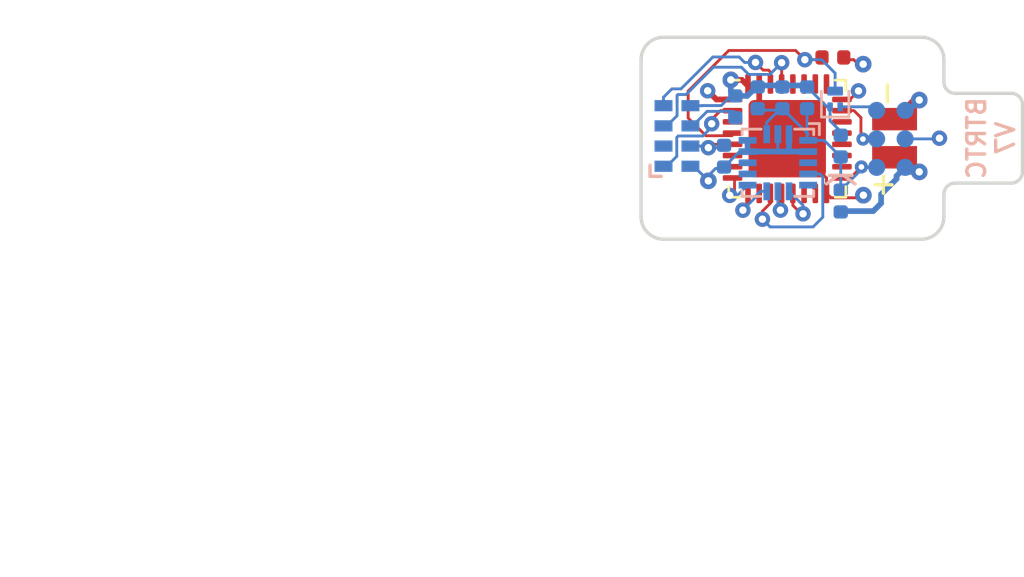
<source format=kicad_pcb>
(kicad_pcb (version 20211014) (generator pcbnew)
  (layers (0 "F.Cu" signal) (1 "In1.Cu" power) (2 "In2.Cu" power) (31 "B.Cu" signal) (34 "B.Paste" user) (35 "F.Paste" user) (36 "B.SilkS" user "B.Silkscreen") (37 "F.SilkS" user "F.Silkscreen") (38 "B.Mask" user) (39 "F.Mask" user) (44 "Edge.Cuts" user))
  (net 0 "")
  (net 1 "GND")
  (net 2 "VBAT")
  (net 3 "SENS_MISO")
  (net 4 "SENS_MOSI")
  (net 5 "SENS_SCLK")
  (net 6 "ACCEL_CS")
  (net 7 "SWDIO")
  (net 8 "WKUP4")
  (net 9 "SWCLK")
  (net 10 "Net-(C502-Pad1)")
  (net 11 "RST")
  (net 12 "/clkout")
  (net 13 "/SCL")
  (net 14 "/SDA")
  (net 15 "VIN")
  (net 16 "Net-(R1-Pad1)")
  (footprint "bittag:taghole1.25mm" (layer "F.Cu") (at 152.145 111.661)
    (fp_text reference "J301" hide)
    (fp_text value "Conn_01x01" hide)
    (pad "" np_thru_hole circle locked (at 0 0) (size 1.25 1.25) (drill 1.25) (layers *.Cu *.Mask))
  )
  (footprint "bittag:taghole1.25mm" (layer "F.Cu") (at 152.145 105.161)
    (fp_text reference "J302" hide)
    (fp_text value "Conn_01x01" hide)
    (pad "" np_thru_hole circle locked (at 0 0) (size 1.25 1.25) (drill 1.25) (layers *.Cu *.Mask))
  )
  (footprint "bittag:taghole1.25mm" (layer "F.Cu") (at 141.145 111.661)
    (fp_text reference "J303" hide)
    (fp_text value "Conn_01x01" hide)
    (pad "" np_thru_hole circle locked (at 0 0) (size 1.25 1.25) (drill 1.25) (layers *.Cu *.Mask))
  )
  (footprint "bittag:taghole1.25mm" (layer "F.Cu") (at 141.145 105.161)
    (fp_text reference "J304" hide)
    (fp_text value "Conn_01x01" hide)
    (pad "" np_thru_hole circle locked (at 0 0) (size 1.25 1.25) (drill 1.25) (layers *.Cu *.Mask))
  )
  (footprint "bittag:MS621" (layer "F.Cu") (at 151.195 108.411 180)
    (fp_text reference "J401" hide)
    (fp_text value "CONN_01X02" hide)
    (fp_text user "-" (at 0.4 2 270) (layer "F.SilkS"))
    (fp_text user "+" (at 0.5 -2 180) (layer "F.SilkS"))
    (pad "1" smd rect locked (at 0 -0.85 180) (size 2 1) (layers "F.Cu" "F.Mask") (net 2 "VBAT"))
    (pad "2" smd rect locked (at 0 0.85 180) (size 2 1) (layers "F.Cu" "F.Mask") (net 1 "GND"))
  )
  (footprint "Package_DFN_QFN:QFN-32-1EP_5x5mm_P0.5mm_EP3.45x3.45mm" (layer "F.Cu") (at 146.411066 108.432734)
    (fp_text reference "U302" hide)
    (fp_text value "stm32l432")
    (fp_line (start 2.135 -2.61) (end 2.61 -2.61) (layer "F.SilkS") (width 0.12))
    (fp_line (start 2.61 2.61) (end 2.61 2.135) (layer "F.SilkS") (width 0.12))
    (fp_line (start 2.61 -2.61) (end 2.61 -2.135) (layer "F.SilkS") (width 0.12))
    (fp_line (start -2.135 -2.61) (end -2.61 -2.61) (layer "F.SilkS") (width 0.12))
    (fp_line (start 2.135 2.61) (end 2.61 2.61) (layer "F.SilkS") (width 0.12))
    (fp_line (start -2.61 2.61) (end -2.61 2.135) (layer "F.SilkS") (width 0.12))
    (fp_line (start -2.135 2.61) (end -2.61 2.61) (layer "F.SilkS") (width 0.12))
    (pad "1" smd roundrect locked (at -2.4375 -1.75) (size 0.875 0.25) (layers "F.Cu" "F.Paste" "F.Mask") (net 15 "VIN"))
    (pad "2" smd roundrect locked (at -2.4375 -1.25) (size 0.875 0.25) (layers "F.Cu" "F.Paste" "F.Mask") (net 12 "/clkout"))
    (pad "3" smd roundrect locked (at -2.4375 -0.75) (size 0.875 0.25) (layers "F.Cu" "F.Paste" "F.Mask"))
    (pad "4" smd roundrect locked (at -2.4375 -0.25) (size 0.875 0.25) (layers "F.Cu" "F.Paste" "F.Mask") (net 10 "Net-(C502-Pad1)"))
    (pad "5" smd roundrect locked (at -2.4375 0.25) (size 0.875 0.25) (layers "F.Cu" "F.Paste" "F.Mask") (net 15 "VIN"))
    (pad "6" smd roundrect locked (at -2.4375 0.75) (size 0.875 0.25) (layers "F.Cu" "F.Paste" "F.Mask"))
    (pad "7" smd roundrect locked (at -2.4375 1.25) (size 0.875 0.25) (layers "F.Cu" "F.Paste" "F.Mask"))
    (pad "8" smd roundrect locked (at -2.4375 1.75) (size 0.875 0.25) (layers "F.Cu" "F.Paste" "F.Mask") (net 8 "WKUP4"))
    (pad "9" smd roundrect locked (at -1.75 2.4375) (size 0.25 0.875) (layers "F.Cu" "F.Paste" "F.Mask") (net 6 "ACCEL_CS"))
    (pad "10" smd roundrect locked (at -1.25 2.4375) (size 0.25 0.875) (layers "F.Cu" "F.Paste" "F.Mask"))
    (pad "11" smd roundrect locked (at -0.75 2.4375) (size 0.25 0.875) (layers "F.Cu" "F.Paste" "F.Mask") (net 5 "SENS_SCLK"))
    (pad "12" smd roundrect locked (at -0.25 2.4375) (size 0.25 0.875) (layers "F.Cu" "F.Paste" "F.Mask") (net 3 "SENS_MISO"))
    (pad "13" smd roundrect locked (at 0.25 2.4375) (size 0.25 0.875) (layers "F.Cu" "F.Paste" "F.Mask") (net 4 "SENS_MOSI"))
    (pad "14" smd roundrect locked (at 0.75 2.4375) (size 0.25 0.875) (layers "F.Cu" "F.Paste" "F.Mask"))
    (pad "15" smd roundrect locked (at 1.25 2.4375) (size 0.25 0.875) (layers "F.Cu" "F.Paste" "F.Mask"))
    (pad "16" smd roundrect locked (at 1.75 2.4375) (size 0.25 0.875) (layers "F.Cu" "F.Paste" "F.Mask") (net 1 "GND"))
    (pad "17" smd roundrect locked (at 2.4375 1.75) (size 0.875 0.25) (layers "F.Cu" "F.Paste" "F.Mask") (net 15 "VIN"))
    (pad "18" smd roundrect locked (at 2.4375 1.25) (size 0.875 0.25) (layers "F.Cu" "F.Paste" "F.Mask"))
    (pad "19" smd roundrect locked (at 2.4375 0.75) (size 0.875 0.25) (layers "F.Cu" "F.Paste" "F.Mask"))
    (pad "20" smd roundrect locked (at 2.4375 0.25) (size 0.875 0.25) (layers "F.Cu" "F.Paste" "F.Mask"))
    (pad "21" smd roundrect locked (at 2.4375 -0.25) (size 0.875 0.25) (layers "F.Cu" "F.Paste" "F.Mask"))
    (pad "22" smd roundrect locked (at 2.4375 -0.75) (size 0.875 0.25) (layers "F.Cu" "F.Paste" "F.Mask"))
    (pad "23" smd roundrect locked (at 2.4375 -1.25) (size 0.875 0.25) (layers "F.Cu" "F.Paste" "F.Mask") (net 7 "SWDIO"))
    (pad "24" smd roundrect locked (at 2.4375 -1.75) (size 0.875 0.25) (layers "F.Cu" "F.Paste" "F.Mask") (net 9 "SWCLK"))
    (pad "25" smd roundrect locked (at 1.75 -2.4375) (size 0.25 0.875) (layers "F.Cu" "F.Paste" "F.Mask"))
    (pad "26" smd roundrect locked (at 1.25 -2.4375) (size 0.25 0.875) (layers "F.Cu" "F.Paste" "F.Mask"))
    (pad "27" smd roundrect locked (at 0.75 -2.4375) (size 0.25 0.875) (layers "F.Cu" "F.Paste" "F.Mask"))
    (pad "28" smd roundrect locked (at 0.25 -2.4375) (size 0.25 0.875) (layers "F.Cu" "F.Paste" "F.Mask"))
    (pad "29" smd roundrect locked (at -0.25 -2.4375) (size 0.25 0.875) (layers "F.Cu" "F.Paste" "F.Mask") (net 13 "/SCL"))
    (pad "30" smd roundrect locked (at -0.75 -2.4375) (size 0.25 0.875) (layers "F.Cu" "F.Paste" "F.Mask") (net 14 "/SDA"))
    (pad "31" smd roundrect locked (at -1.25 -2.4375) (size 0.25 0.875) (layers "F.Cu" "F.Paste" "F.Mask") (net 1 "GND"))
    (pad "32" smd roundrect locked (at -1.75 -2.4375) (size 0.25 0.875) (layers "F.Cu" "F.Paste" "F.Mask") (net 1 "GND"))
    (pad "33" smd roundrect locked (at 0 0) (size 3.45 3.45) (layers "F.Cu" "F.Mask") (roundrect_rratio 0.072464) (net 1 "GND"))
  )
  (footprint "Capacitor_SMD:C_0402_1005Metric" (layer "F.Cu") (at 148.445 104.811)
    (fp_text reference "C502" hide)
    (fp_text value "0.1uf")
    (pad "1" smd roundrect locked (at -0.485 0) (size 0.59 0.64) (layers "F.Cu" "F.Paste" "F.Mask") (net 10 "Net-(C502-Pad1)"))
    (pad "2" smd roundrect locked (at 0.485 0) (size 0.59 0.64) (layers "F.Cu" "F.Paste" "F.Mask") (net 1 "GND"))
  )
  (footprint "bittag:tagpoints6" (layer "B.Cu") (at 151.03 108.441 90)
    (fp_text reference "J201" hide)
    (fp_text value "CONN_02X04" hide)
    (pad "1" smd circle locked (at -1.27 -0.635 90) (size 0.762 0.762) (layers "B.Cu" "B.Mask") (net 15 "VIN"))
    (pad "2" smd circle locked (at -1.27 0.635 90) (size 0.762 0.762) (layers "B.Cu" "B.Mask") (net 2 "VBAT"))
    (pad "3" smd circle locked (at 0 -0.635 90) (size 0.762 0.762) (layers "B.Cu" "B.Mask") (net 7 "SWDIO"))
    (pad "4" smd circle locked (at 0 0.635 90) (size 0.762 0.762) (layers "B.Cu" "B.Mask") (net 9 "SWCLK"))
    (pad "5" smd circle locked (at 1.27 -0.635 90) (size 0.762 0.762) (layers "B.Cu" "B.Mask") (net 11 "RST"))
    (pad "6" smd circle locked (at 1.27 0.635 90) (size 0.762 0.762) (layers "B.Cu" "B.Mask") (net 1 "GND"))
  )
  (footprint "bittag:ADXL362" (layer "B.Cu") (at 145.99284 109.505274 180)
    (fp_text reference "U405" hide)
    (fp_text value "adxl362" hide)
    (fp_line (start -1.59766 -1.4986) (end -1.59766 -1.24968) (layer "B.SilkS") (width 0.127))
    (fp_line (start -1.59766 1.4986) (end -1.59766 1.24968) (layer "B.SilkS") (width 0.127))
    (fp_line (start 0.7493 1.4986) (end 1.59766 1.4986) (layer "B.SilkS") (width 0.127))
    (fp_line (start -0.7493 -1.4986) (end -1.59766 -1.4986) (layer "B.SilkS") (width 0.127))
    (fp_line (start 1.59766 -1.4986) (end 1.59766 -1.24968) (layer "B.SilkS") (width 0.127))
    (fp_line (start 1.59766 1.4986) (end 1.59766 1.24968) (layer "B.SilkS") (width 0.127))
    (fp_line (start -1.84912 1.74752) (end -1.39954 1.74752) (layer "B.SilkS") (width 0.127))
    (fp_line (start -1.84912 1.24968) (end -1.84912 1.74752) (layer "B.SilkS") (width 0.127))
    (fp_line (start 0.7493 -1.4986) (end 1.59766 -1.4986) (layer "B.SilkS") (width 0.127))
    (fp_line (start -0.7493 1.4986) (end -1.59766 1.4986) (layer "B.SilkS") (width 0.127))
    (pad "1" smd rect locked (at -1.34874 0.99822 180) (size 0.79756 0.29972) (layers "B.Cu" "B.Paste" "B.Mask") (net 15 "VIN"))
    (pad "2" smd rect locked (at -1.34874 0.49784 180) (size 0.79756 0.29972) (layers "B.Cu" "B.Paste" "B.Mask") (net 1 "GND"))
    (pad "3" smd rect locked (at -1.34874 0 180) (size 0.79756 0.29972) (layers "B.Cu" "B.Paste" "B.Mask"))
    (pad "4" smd rect locked (at -1.34874 -0.49784 180) (size 0.79756 0.29972) (layers "B.Cu" "B.Paste" "B.Mask") (net 5 "SENS_SCLK"))
    (pad "5" smd rect locked (at -1.34874 -0.99822 180) (size 0.79756 0.29972) (layers "B.Cu" "B.Paste" "B.Mask"))
    (pad "6" smd rect locked (at -0.49784 -1.27254 90) (size 0.79756 0.29972) (layers "B.Cu" "B.Paste" "B.Mask") (net 4 "SENS_MOSI"))
    (pad "7" smd rect locked (at 0 -1.27254 90) (size 0.79756 0.29972) (layers "B.Cu" "B.Paste" "B.Mask") (net 3 "SENS_MISO"))
    (pad "8" smd rect locked (at 0.49784 -1.27254 90) (size 0.79756 0.29972) (layers "B.Cu" "B.Paste" "B.Mask") (net 6 "ACCEL_CS"))
    (pad "9" smd rect locked (at 1.34874 -0.99822 180) (size 0.79756 0.29972) (layers "B.Cu" "B.Paste" "B.Mask") (net 8 "WKUP4"))
    (pad "10" smd rect locked (at 1.34874 -0.49784 180) (size 0.79756 0.29972) (layers "B.Cu" "B.Paste" "B.Mask"))
    (pad "11" smd rect locked (at 1.34874 0 180) (size 0.79756 0.29972) (layers "B.Cu" "B.Paste" "B.Mask"))
    (pad "12" smd rect locked (at 1.34874 0.49784 180) (size 0.79756 0.29972) (layers "B.Cu" "B.Paste" "B.Mask") (net 1 "GND"))
    (pad "13" smd rect locked (at 1.34874 0.99822 180) (size 0.79756 0.29972) (layers "B.Cu" "B.Paste" "B.Mask") (net 1 "GND"))
    (pad "14" smd rect locked (at 0.49784 1.27254 90) (size 0.79756 0.29972) (layers "B.Cu" "B.Paste" "B.Mask") (net 15 "VIN"))
    (pad "15" smd rect locked (at 0 1.27254 90) (size 0.79756 0.29972) (layers "B.Cu" "B.Paste" "B.Mask") (net 1 "GND"))
    (pad "16" smd rect locked (at -0.49784 1.27254 90) (size 0.79756 0.29972) (layers "B.Cu" "B.Paste" "B.Mask") (net 1 "GND"))
  )
  (footprint "Capacitor_SMD:C_0402_1005Metric" (layer "B.Cu") (at 147.295 106.611 90)
    (fp_text reference "C404" hide)
    (fp_text value "4.7uf")
    (pad "1" smd roundrect locked (at -0.485 0 90) (size 0.59 0.64) (layers "B.Cu" "B.Paste" "B.Mask") (net 15 "VIN"))
    (pad "2" smd roundrect locked (at 0.485 0 90) (size 0.59 0.64) (layers "B.Cu" "B.Paste" "B.Mask") (net 1 "GND"))
  )
  (footprint "bittag:RV-8803-C7" (layer "B.Cu") (at 141.495 108.311)
    (fp_text reference "U501" hide)
    (fp_text value "RV-3028-C7" hide)
    (fp_line (start -0.7 1.8) (end -1.2 1.8) (layer "B.SilkS") (width 0.15))
    (fp_line (start -1.2 1.8) (end -1.2 1.3) (layer "B.SilkS") (width 0.15))
    (pad "1" smd rect locked (at -0.6 1.35) (size 0.8 0.5) (layers "B.Cu" "B.Paste" "B.Mask") (net 12 "/clkout"))
    (pad "2" smd rect locked (at -0.6 0.45) (size 0.8 0.5) (layers "B.Cu" "B.Paste" "B.Mask"))
    (pad "3" smd rect locked (at -0.6 -0.45) (size 0.8 0.5) (layers "B.Cu" "B.Paste" "B.Mask") (net 13 "/SCL"))
    (pad "4" smd rect locked (at -0.6 -1.35) (size 0.8 0.5) (layers "B.Cu" "B.Paste" "B.Mask") (net 14 "/SDA"))
    (pad "5" smd rect locked (at 0.6 -1.35) (size 0.8 0.5) (layers "B.Cu" "B.Paste" "B.Mask") (net 1 "GND"))
    (pad "6" smd rect locked (at 0.6 -0.45) (size 0.8 0.5) (layers "B.Cu" "B.Paste" "B.Mask") (net 16 "Net-(R1-Pad1)"))
    (pad "7" smd rect locked (at 0.6 0.45) (size 0.8 0.5) (layers "B.Cu" "B.Paste" "B.Mask") (net 15 "VIN"))
    (pad "8" smd rect locked (at 0.6 1.35) (size 0.8 0.5) (layers "B.Cu" "B.Paste" "B.Mask") (net 1 "GND"))
  )
  (footprint "Resistor_SMD:R_0402_1005Metric" (layer "B.Cu") (at 144.095 107.011 90)
    (fp_text reference "R1" hide)
    (fp_text value "10k")
    (pad "1" smd roundrect locked (at -0.485 0 90) (size 0.59 0.64) (layers "B.Cu" "B.Paste" "B.Mask") (net 16 "Net-(R1-Pad1)"))
    (pad "2" smd roundrect locked (at 0.485 0 90) (size 0.59 0.64) (layers "B.Cu" "B.Paste" "B.Mask") (net 1 "GND"))
  )
  (footprint "Capacitor_SMD:C_0402_1005Metric" (layer "B.Cu") (at 146.195 106.611 90)
    (fp_text reference "C402" hide)
    (fp_text value "0.1uf")
    (pad "1" smd roundrect locked (at -0.485 0 90) (size 0.59 0.64) (layers "B.Cu" "B.Paste" "B.Mask") (net 15 "VIN"))
    (pad "2" smd roundrect locked (at 0.485 0 90) (size 0.59 0.64) (layers "B.Cu" "B.Paste" "B.Mask") (net 1 "GND"))
  )
  (footprint "Capacitor_SMD:C_0402_1005Metric" (layer "B.Cu") (at 148.795 108.761 90)
    (fp_text reference "C403" hide)
    (fp_text value "0.1uf" hide)
    (pad "1" smd roundrect locked (at -0.485 0 90) (size 0.59 0.64) (layers "B.Cu" "B.Paste" "B.Mask") (net 15 "VIN"))
    (pad "2" smd roundrect locked (at 0.485 0 90) (size 0.59 0.64) (layers "B.Cu" "B.Paste" "B.Mask") (net 1 "GND"))
  )
  (footprint "Capacitor_SMD:C_0402_1005Metric" (layer "B.Cu") (at 145.095 106.611 90)
    (fp_text reference "C501" hide)
    (fp_text value "0.1uf")
    (pad "1" smd roundrect locked (at -0.485 0 90) (size 0.59 0.64) (layers "B.Cu" "B.Paste" "B.Mask") (net 15 "VIN"))
    (pad "2" smd roundrect locked (at 0.485 0 90) (size 0.59 0.64) (layers "B.Cu" "B.Paste" "B.Mask") (net 1 "GND"))
  )
  (footprint "Capacitor_SMD:C_0402_1005Metric" (layer "B.Cu") (at 143.595 109.211 -90)
    (fp_text reference "C503" hide)
    (fp_text value "0.1uf")
    (pad "1" smd roundrect locked (at -0.485 0 270) (size 0.59 0.64) (layers "B.Cu" "B.Paste" "B.Mask") (net 15 "VIN"))
    (pad "2" smd roundrect locked (at 0.485 0 270) (size 0.59 0.64) (layers "B.Cu" "B.Paste" "B.Mask") (net 1 "GND"))
  )
  (footprint "Diode_SMD:D_0402_1005Metric" (layer "B.Cu") (at 148.795 111.211 -90)
    (fp_text reference "D401" hide)
    (fp_text value "D")
    (fp_line (start -1.143 0.127) (end -0.762 0.635) (layer "B.SilkS") (width 0.15))
    (fp_line (start -1.143 -0.127) (end -0.762 -0.635) (layer "B.SilkS") (width 0.15))
    (fp_line (start -1.143 -0.508) (end -1.143 0.508) (layer "B.SilkS") (width 0.15))
    (pad "1" smd roundrect locked (at -0.485 0 270) (size 0.59 0.64) (layers "B.Cu" "B.Paste" "B.Mask") (net 15 "VIN"))
    (pad "2" smd roundrect locked (at 0.485 0 270) (size 0.59 0.64) (layers "B.Cu" "B.Paste" "B.Mask") (net 2 "VBAT"))
  )
  (footprint "Package_TO_SOT_SMD:SOT-883" (layer "B.Cu") (at 148.545 106.661 90)
    (fp_text reference "Q501" hide)
    (fp_text value "Q_NPN_BEC")
    (fp_line (start -0.81 -0.61) (end -0.81 0.61) (layer "B.SilkS") (width 0.12))
    (fp_line (start -0.81 0.61) (end 0.35 0.61) (layer "B.SilkS") (width 0.12))
    (fp_line (start 0.35 -0.61) (end -0.81 -0.61) (layer "B.SilkS") (width 0.12))
    (pad "1" smd roundrect locked (at -0.35 0.225 90) (size 0.4 0.25) (layers "B.Cu" "B.Paste" "B.Mask") (roundrect_rratio 0.2) (net 11 "RST"))
    (pad "2" smd roundrect locked (at -0.35 -0.225 90) (size 0.4 0.25) (layers "B.Cu" "B.Paste" "B.Mask") (roundrect_rratio 0.2) (net 1 "GND"))
    (pad "3" smd roundrect locked (at 0.35 0 90) (size 0.4 0.7) (layers "B.Cu" "B.Paste" "B.Mask") (roundrect_rratio 0.125) (net 10 "Net-(C502-Pad1)"))
  )
  (gr_arc (start 139.895 104.911) (mid 140.187893 104.203893) (end 140.895 103.911) (layer "Edge.Cuts") (width 0.15))
  (gr_arc (start 140.895 112.911) (mid 140.187893 112.618107) (end 139.895 111.911) (layer "Edge.Cuts") (width 0.15))
  (gr_line (start 139.895 111.911) (end 139.895 104.911) (layer "Edge.Cuts") (width 0.15))
  (gr_line (start 153.895 110.411) (end 156.395 110.411) (layer "Edge.Cuts") (width 0.15))
  (gr_line (start 156.895 106.911) (end 156.895 109.911) (layer "Edge.Cuts") (width 0.15))
  (gr_arc (start 152.395 103.911) (mid 153.102107 104.203893) (end 153.395 104.911) (layer "Edge.Cuts") (width 0.15))
  (gr_arc (start 156.895 109.911) (mid 156.748553 110.264553) (end 156.395 110.411) (layer "Edge.Cuts") (width 0.15))
  (gr_arc (start 153.895 106.411) (mid 153.541447 106.264553) (end 153.395 105.911) (layer "Edge.Cuts") (width 0.15))
  (gr_line (start 153.395 110.911) (end 153.395 111.911) (layer "Edge.Cuts") (width 0.15))
  (gr_line (start 152.395 112.911) (end 140.895 112.911) (layer "Edge.Cuts") (width 0.15))
  (gr_arc (start 153.395 110.911) (mid 153.541447 110.557447) (end 153.895 110.411) (layer "Edge.Cuts") (width 0.15))
  (gr_arc (start 153.395 111.911) (mid 153.102107 112.618107) (end 152.395 112.911) (layer "Edge.Cuts") (width 0.15))
  (gr_line (start 153.895 106.411) (end 156.395 106.411) (layer "Edge.Cuts") (width 0.15))
  (gr_line (start 153.395 104.911) (end 153.395 105.911) (layer "Edge.Cuts") (width 0.15))
  (gr_line (start 140.895 103.911) (end 152.395 103.911) (layer "Edge.Cuts") (width 0.15))
  (gr_arc (start 156.395 106.411) (mid 156.748553 106.557447) (end 156.895 106.911) (layer "Edge.Cuts") (width 0.15))
  (gr_text "BTRTC\nV7" (at 155.495 108.411 90) (layer "B.SilkS") (effects (font (size 0.8 0.8)) (justify mirror)))
  (segment (start 145.161066 106.082734) (end 145.161066 107.182734) (width 0.254) (layer "F.Cu") (net 1))
  (segment (start 145.548566 109.295234) (end 147.273566 109.295234) (width 0.13) (layer "F.Cu") (net 1))
  (segment (start 146.098566 107.570234) (end 146.098566 109.295234) (width 0.13) (layer "F.Cu") (net 1))
  (segment (start 148.161066 110.182734) (end 146.411066 108.432734) (width 0.13) (layer "F.Cu") (net 1))
  (segment (start 144.661066 106.082734) (end 145.161066 106.082734) (width 0.254) (layer "F.Cu") (net 1))
  (segment (start 145.548566 107.570234) (end 145.548566 109.295234) (width 0.13) (layer "F.Cu") (net 1))
  (segment (start 148.356776 111.065944) (end 149.700056 111.065944) (width 0.13) (layer "F.Cu") (net 1))
  (segment (start 147.866056 107.570234) (end 146.098566 107.570234) (width 0.13) (layer "F.Cu") (net 1))
  (segment (start 148.324822 111.03399) (end 148.161066 110.870234) (width 0.13) (layer "F.Cu") (net 1))
  (segment (start 147.823566 107.570234) (end 147.866056 107.570234) (width 0.16) (layer "F.Cu") (net 1))
  (segment (start 145.161066 107.182734) (end 145.548566 107.570234) (width 0.254) (layer "F.Cu") (net 1))
  (segment (start 152.295 106.711) (end 152.045 106.711) (width 0.254) (layer "F.Cu") (net 1))
  (segment (start 144.389332 105.811) (end 144.661066 106.082734) (width 0.254) (layer "F.Cu") (net 1))
  (segment (start 149.375 104.911) (end 149.575 105.111) (width 0.13) (layer "F.Cu") (net 1))
  (segment (start 148.161066 110.870234) (end 148.356776 111.065944) (width 0.13) (layer "F.Cu") (net 1))
  (segment (start 149.575 105.111) (end 149.795 105.111) (width 0.13) (layer "F.Cu") (net 1))
  (segment (start 146.011066 108.032734) (end 145.548566 107.570234) (width 0.13) (layer "F.Cu") (net 1))
  (segment (start 147.823566 107.612724) (end 147.866056 107.570234) (width 0.13) (layer "F.Cu") (net 1))
  (segment (start 149.700056 111.065944) (end 149.805 110.961) (width 0.13) (layer "F.Cu") (net 1))
  (segment (start 149.805 110.961) (end 149.805 110.951) (width 0.13) (layer "F.Cu") (net 1))
  (segment (start 152.045 106.711) (end 151.195 107.561) (width 0.254) (layer "F.Cu") (net 1))
  (segment (start 148.161066 110.870234) (end 148.161066 110.182734) (width 0.13) (layer "F.Cu") (net 1))
  (segment (start 148.945 104.911) (end 149.375 104.911) (width 0.13) (layer "F.Cu") (net 1))
  (segment (start 143.895 105.811) (end 144.389332 105.811) (width 0.254) (layer "F.Cu") (net 1))
  (via (at 142.895 110.311) (size 0.74) (drill 0.3302) (layers "F.Cu" "B.Cu") (net 1))
  (via (at 149.805 110.951) (size 0.74) (drill 0.3302) (layers "F.Cu" "B.Cu") (net 1))
  (via (at 143.895 105.811) (size 0.74) (drill 0.3302) (layers "F.Cu" "B.Cu") (net 1))
  (via (at 152.295 106.711) (size 0.74) (drill 0.3302) (layers "F.Cu" "B.Cu") (net 1))
  (via (at 149.795 105.111) (size 0.74) (drill 0.3302) (layers "F.Cu" "B.Cu") (net 1))
  (segment (start 143.465461 106.955539) (end 144.095 106.326) (width 0.13) (layer "B.Cu") (net 1))
  (segment (start 145.995 109.007434) (end 146.095 109.007434) (width 0.13) (layer "B.Cu") (net 1))
  (segment (start 148.795 108.276) (end 148.795 108.111) (width 0.13) (layer "B.Cu") (net 1))
  (segment (start 144.577526 108.661) (end 144.6441 108.727574) (width 0.13) (layer "B.Cu") (net 1))
  (segment (start 142.895 110.081) (end 142.895 110.311) (width 0.13) (layer "B.Cu") (net 1))
  (segment (start 147.23 106.061) (end 147.295 106.126) (width 0.254) (layer "B.Cu") (net 1))
  (segment (start 145.29688 109.007434) (end 144.6441 109.007434) (width 0.254) (layer "B.Cu") (net 1))
  (segment (start 146.49068 108.885514) (end 146.36876 109.007434) (width 0.254) (layer "B.Cu") (net 1))
  (segment (start 146.195 109.007434) (end 147.34158 109.007434) (width 0.254) (layer "B.Cu") (net 1))
  (segment (start 148.32 107.636) (end 148.32 107.011) (width 0.13) (layer "B.Cu") (net 1))
  (segment (start 148.32 107.011) (end 148.18 107.011) (width 0.13) (layer "B.Cu") (net 1))
  (segment (start 144.095 106.526) (end 144.63 106.526) (width 0.254) (layer "B.Cu") (net 1))
  (segment (start 144.283566 109.007434) (end 143.595 109.696) (width 0.13) (layer "B.Cu") (net 1))
  (segment (start 146.195 106.061) (end 146.195 106.111) (width 0.254) (layer "B.Cu") (net 1))
  (segment (start 145.99284 108.232734) (end 145.99284 109.005274) (width 0.13) (layer "B.Cu") (net 1))
  (segment (start 142.625 106.961) (end 142.630461 106.955539) (width 0.13) (layer "B.Cu") (net 1))
  (segment (start 146.095 109.007434) (end 146.195 109.007434) (width 0.13) (layer "B.Cu") (net 1))
  (segment (start 146.49068 108.232734) (end 146.49068 108.885514) (width 0.254) (layer "B.Cu") (net 1))
  (segment (start 143.595 109.711) (end 143.595 109.761) (width 0.127) (layer "B.Cu") (net 1))
  (segment (start 144.6441 109.007434) (end 145.995 109.007434) (width 0.13) (layer "B.Cu") (net 1))
  (segment (start 148.795 108.111) (end 148.32 107.636) (width 0.13) (layer "B.Cu") (net 1))
  (segment (start 142.630461 106.955539) (end 143.465461 106.955539) (width 0.13) (layer "B.Cu") (net 1))
  (segment (start 142.245 109.661) (end 142.895 110.311) (width 0.13) (layer "B.Cu") (net 1))
  (segment (start 151.835 107.171) (end 152.295 106.711) (width 0.254) (layer "B.Cu") (net 1))
  (segment (start 151.665 107.171) (end 151.835 107.171) (width 0.254) (layer "B.Cu") (net 1))
  (segment (start 144.6441 108.507054) (end 144.6441 109.007434) (width 0.254) (layer "B.Cu") (net 1))
  (segment (start 146.045 106.061) (end 146.095 106.111) (width 0.254) (layer "B.Cu") (net 1))
  (segment (start 143.595 109.761) (end 143.215 109.761) (width 0.13) (layer "B.Cu") (net 1))
  (segment (start 146.36876 109.007434) (end 145.29688 109.007434) (width 0.254) (layer "B.Cu") (net 1))
  (segment (start 143.895 106.326) (end 144.095 106.526) (width 0.254) (layer "B.Cu") (net 1))
  (segment (start 142.095 106.961) (end 142.625 106.961) (width 0.13) (layer "B.Cu") (net 1))
  (segment (start 142.095 109.661) (end 142.245 109.661) (width 0.13) (layer "B.Cu") (net 1))
  (segment (start 143.895 105.811) (end 143.895 106.326) (width 0.254) (layer "B.Cu") (net 1))
  (segment (start 143.215 109.761) (end 142.895 110.081) (width 0.13) (layer "B.Cu") (net 1))
  (segment (start 144.6441 109.007434) (end 144.283566 109.007434) (width 0.13) (layer "B.Cu") (net 1))
  (segment (start 144.6441 108.727574) (end 144.6441 109.007434) (width 0.13) (layer "B.Cu") (net 1))
  (segment (start 148.18 107.011) (end 147.295 106.126) (width 0.13) (layer "B.Cu") (net 1))
  (segment (start 146.195 109.007434) (end 146.343552 109.007434) (width 0.13) (layer "B.Cu") (net 1))
  (segment (start 144.63 106.526) (end 145.095 106.061) (width 0.254) (layer "B.Cu") (net 1))
  (segment (start 145.095 106.061) (end 146.045 106.061) (width 0.254) (layer "B.Cu") (net 1))
  (segment (start 146.095 109.007434) (end 147.34158 109.007434) (width 0.13) (layer "B.Cu") (net 1))
  (segment (start 146.195 106.061) (end 147.23 106.061) (width 0.254) (layer "B.Cu") (net 1))
  (segment (start 145.99284 109.005274) (end 145.995 109.007434) (width 0.13) (layer "B.Cu") (net 1))
  (segment (start 146.095 106.111) (end 146.245 106.111) (width 0.254) (layer "B.Cu") (net 1))
  (segment (start 151.195 109.261) (end 151.645 109.261) (width 0.254) (layer "F.Cu") (net 2))
  (segment (start 151.645 109.261) (end 152.295 109.911) (width 0.254) (layer "F.Cu") (net 2))
  (via (at 152.295 109.911) (size 0.74) (drill 0.3302) (layers "F.Cu" "B.Cu") (net 2))
  (segment (start 150.595 111.311) (end 150.245 111.661) (width 0.254) (layer "B.Cu") (net 2))
  (segment (start 151.865 109.911) (end 151.665 109.711) (width 0.254) (layer "B.Cu") (net 2))
  (segment (start 150.595 110.911) (end 150.595 111.311) (width 0.254) (layer "B.Cu") (net 2))
  (segment (start 151.284001 110.091999) (end 151.284001 110.221999) (width 0.254) (layer "B.Cu") (net 2))
  (segment (start 152.295 109.911) (end 151.865 109.911) (width 0.254) (layer "B.Cu") (net 2))
  (segment (start 151.665 109.711) (end 151.284001 110.091999) (width 0.254) (layer "B.Cu") (net 2))
  (segment (start 151.284001 110.221999) (end 150.595 110.911) (width 0.254) (layer "B.Cu") (net 2))
  (segment (start 150.245 111.661) (end 148.795 111.661) (width 0.254) (layer "B.Cu") (net 2))
  (segment (start 146.108724 111.129857) (end 146.108724 111.61479) (width 0.127) (layer "F.Cu") (net 3))
  (segment (start 146.108724 110.835076) (end 146.108724 111.129857) (width 0.127) (layer "F.Cu") (net 3))
  (via (at 146.108724 111.61479) (size 0.6858) (drill 0.3302) (layers "F.Cu" "B.Cu") (net 3))
  (segment (start 145.99284 111.498906) (end 146.108724 111.61479) (width 0.127) (layer "B.Cu") (net 3))
  (segment (start 145.99284 110.777814) (end 145.99284 111.498906) (width 0.127) (layer "B.Cu") (net 3))
  (segment (start 146.661066 110.870234) (end 146.661066 111.407734) (width 0.127) (layer "F.Cu") (net 4))
  (segment (start 146.661066 111.407734) (end 147.034332 111.781) (width 0.127) (layer "F.Cu") (net 4))
  (segment (start 147.034332 111.781) (end 147.115 111.781) (width 0.127) (layer "F.Cu") (net 4))
  (via (at 147.115 111.781) (size 0.6858) (drill 0.3302) (layers "F.Cu" "B.Cu") (net 4))
  (segment (start 147.115 111.781) (end 147.115 111.402134) (width 0.127) (layer "B.Cu") (net 4))
  (segment (start 147.115 111.402134) (end 146.49068 110.777814) (width 0.127) (layer "B.Cu") (net 4))
  (segment (start 145.661066 111.304934) (end 145.305416 111.660584) (width 0.127) (layer "F.Cu") (net 5))
  (segment (start 145.661066 110.870234) (end 145.661066 111.304934) (width 0.127) (layer "F.Cu") (net 5))
  (segment (start 145.305416 111.660584) (end 145.305416 112.021277) (width 0.127) (layer "F.Cu") (net 5))
  (via (at 145.305416 112.021277) (size 0.6858) (drill 0.3302) (layers "F.Cu" "B.Cu") (net 5))
  (segment (start 147.995 110.130754) (end 147.995 111.930348) (width 0.127) (layer "B.Cu") (net 5))
  (segment (start 147.86736 110.003114) (end 147.995 110.130754) (width 0.127) (layer "B.Cu") (net 5))
  (segment (start 147.561172 112.364176) (end 145.648315 112.364176) (width 0.127) (layer "B.Cu") (net 5))
  (segment (start 145.648315 112.364176) (end 145.305416 112.021277) (width 0.127) (layer "B.Cu") (net 5))
  (segment (start 147.34158 110.003114) (end 147.86736 110.003114) (width 0.127) (layer "B.Cu") (net 5))
  (segment (start 147.995 111.930348) (end 147.561172 112.364176) (width 0.127) (layer "B.Cu") (net 5))
  (segment (start 144.661066 110.782734) (end 144.661066 111.392576) (width 0.127) (layer "F.Cu") (net 6))
  (segment (start 144.661066 111.392576) (end 144.435076 111.618566) (width 0.127) (layer "F.Cu") (net 6))
  (via (at 144.435076 111.618566) (size 0.6858) (drill 0.3302) (layers "F.Cu" "B.Cu") (net 6))
  (segment (start 145.21814 110.777814) (end 145.495 110.777814) (width 0.127) (layer "B.Cu") (net 6))
  (segment (start 145.014486 111.026734) (end 145.014486 110.981468) (width 0.127) (layer "B.Cu") (net 6))
  (segment (start 145.014486 110.981468) (end 145.21814 110.777814) (width 0.127) (layer "B.Cu") (net 6))
  (segment (start 145.014486 111.026734) (end 144.435076 111.606144) (width 0.127) (layer "B.Cu") (net 6))
  (segment (start 144.435076 111.606144) (end 144.435076 111.618566) (width 0.127) (layer "B.Cu") (net 6))
  (segment (start 149.695 108.121) (end 149.695 107.491668) (width 0.127) (layer "F.Cu") (net 7))
  (segment (start 149.695 107.491668) (end 149.386066 107.182734) (width 0.127) (layer "F.Cu") (net 7))
  (segment (start 149.695 108.361) (end 149.695 108.121) (width 0.127) (layer "F.Cu") (net 7))
  (segment (start 149.386066 107.182734) (end 148.848566 107.182734) (width 0.127) (layer "F.Cu") (net 7))
  (segment (start 149.785 108.451) (end 149.695 108.361) (width 0.127) (layer "F.Cu") (net 7))
  (segment (start 149.695 108.121) (end 149.695 108.411) (width 0.127) (layer "F.Cu") (net 7))
  (via (at 149.785 108.451) (size 0.5842) (drill 0.254) (layers "F.Cu" "B.Cu") (net 7))
  (segment (start 150.395 108.441) (end 149.795 108.441) (width 0.127) (layer "B.Cu") (net 7))
  (segment (start 149.795 108.441) (end 149.785 108.451) (width 0.127) (layer "B.Cu") (net 7))
  (segment (start 144.061066 110.745113) (end 143.847268 110.958911) (width 0.127) (layer "F.Cu") (net 8))
  (segment (start 144.061066 110.182734) (end 144.061066 110.745113) (width 0.127) (layer "F.Cu") (net 8))
  (segment (start 144.061066 110.182734) (end 143.911066 110.182734) (width 0.127) (layer "F.Cu") (net 8))
  (via (at 143.847268 110.958911) (size 0.6858) (drill 0.3302) (layers "F.Cu" "B.Cu") (net 8))
  (segment (start 144.188683 110.958911) (end 144.6441 110.503494) (width 0.127) (layer "B.Cu") (net 8))
  (segment (start 149.20664 106.682734) (end 149.586687 106.302687) (width 0.127) (layer "F.Cu") (net 9))
  (segment (start 148.761066 106.682734) (end 149.20664 106.682734) (width 0.127) (layer "F.Cu") (net 9))
  (via (at 153.195 108.411) (size 0.6858) (drill 0.3302) (layers "F.Cu" "B.Cu") (net 9))
  (via (at 149.586687 106.302687) (size 0.6858) (drill 0.3302) (layers "F.Cu" "B.Cu") (net 9))
  (segment (start 151.665 108.441) (end 153.165 108.441) (width 0.127) (layer "B.Cu") (net 9))
  (segment (start 153.165 108.441) (end 153.195 108.411) (width 0.127) (layer "B.Cu") (net 9))
  (segment (start 143.805314 104.500686) (end 146.784686 104.500686) (width 0.127) (layer "F.Cu") (net 10))
  (segment (start 143.943747 108.300053) (end 142.784053 108.300053) (width 0.127) (layer "F.Cu") (net 10))
  (segment (start 142.784053 108.300053) (end 141.995 107.511) (width 0.127) (layer "F.Cu") (net 10))
  (segment (start 146.784686 104.500686) (end 147.152101 104.868101) (width 0.127) (layer "F.Cu") (net 10))
  (segment (start 144.061066 108.182734) (end 143.943747 108.300053) (width 0.127) (layer "F.Cu") (net 10))
  (segment (start 141.995 107.511) (end 141.995 106.311) (width 0.127) (layer "F.Cu") (net 10))
  (segment (start 147.845 104.911) (end 147.195 104.911) (width 0.127) (layer "F.Cu") (net 10))
  (segment (start 141.995 106.311) (end 143.805314 104.500686) (width 0.127) (layer "F.Cu") (net 10))
  (via (at 147.195 104.911) (size 0.6858) (drill 0.3302) (layers "F.Cu" "B.Cu") (net 10))
  (segment (start 148.545 106.311) (end 148.545 105.511) (width 0.127) (layer "B.Cu") (net 10))
  (segment (start 147.945 104.911) (end 147.195 104.911) (width 0.127) (layer "B.Cu") (net 10))
  (segment (start 148.545 105.511) (end 147.945 104.911) (width 0.127) (layer "B.Cu") (net 10))
  (segment (start 150.235 107.011) (end 150.395 107.171) (width 0.127) (layer "B.Cu") (net 11))
  (segment (start 148.77 107.011) (end 150.235 107.011) (width 0.127) (layer "B.Cu") (net 11))
  (segment (start 143.973566 107.182734) (end 143.436066 107.182734) (width 0.127) (layer "F.Cu") (net 12))
  (segment (start 143.025 107.5938) (end 143.025 107.749643) (width 0.127) (layer "F.Cu") (net 12))
  (segment (start 143.436066 107.182734) (end 143.025 107.5938) (width 0.127) (layer "F.Cu") (net 12))
  (segment (start 143.025 107.749643) (end 143.042008 107.766651) (width 0.127) (layer "F.Cu") (net 12))
  (via (at 143.042008 107.766651) (size 0.6858) (drill 0.3302) (layers "F.Cu" "B.Cu") (net 12))
  (segment (start 141.045 109.661) (end 141.485501 109.220499) (width 0.127) (layer "B.Cu") (net 12))
  (segment (start 141.485501 109.220499) (end 141.485501 108.377597) (width 0.127) (layer "B.Cu") (net 12))
  (segment (start 140.895 109.661) (end 141.045 109.661) (width 0.127) (layer "B.Cu") (net 12))
  (segment (start 142.6464 108.311) (end 142.867049 108.090351) (width 0.127) (layer "B.Cu") (net 12))
  (segment (start 142.867049 107.94161) (end 143.042008 107.766651) (width 0.127) (layer "B.Cu") (net 12))
  (segment (start 141.552098 108.311) (end 142.6464 108.311) (width 0.127) (layer "B.Cu") (net 12))
  (segment (start 141.485501 108.377597) (end 141.552098 108.311) (width 0.127) (layer "B.Cu") (net 12))
  (segment (start 142.867049 108.090351) (end 142.867049 107.94161) (width 0.127) (layer "B.Cu") (net 12))
  (segment (start 146.161066 106.082734) (end 146.161066 105.044934) (width 0.127) (layer "F.Cu") (net 13))
  (via (at 146.161066 105.044934) (size 0.6858) (drill 0.3302) (layers "F.Cu" "B.Cu") (net 13))
  (segment (start 141.501499 106.811) (end 141.501499 106.556199) (width 0.127) (layer "B.Cu") (net 13))
  (segment (start 140.895 107.861) (end 141.045 107.861) (width 0.127) (layer "B.Cu") (net 13))
  (segment (start 145.638501 105.567499) (end 146.161066 105.044934) (width 0.127) (layer "B.Cu") (net 13))
  (segment (start 141.045 107.861) (end 141.501499 107.404501) (width 0.127) (layer "B.Cu") (net 13))
  (segment (start 141.501499 107.404501) (end 141.501499 106.811) (width 0.127) (layer "B.Cu") (net 13))
  (segment (start 144.370198 105.247498) (end 144.690199 105.567499) (width 0.127) (layer "B.Cu") (net 13))
  (segment (start 144.690199 105.567499) (end 145.095 105.567499) (width 0.127) (layer "B.Cu") (net 13))
  (segment (start 141.501499 106.811) (end 141.501499 106.504501) (width 0.127) (layer "B.Cu") (net 13))
  (segment (start 145.095 105.567499) (end 145.638501 105.567499) (width 0.127) (layer "B.Cu") (net 13))
  (segment (start 141.900214 106.465011) (end 143.117727 105.247498) (width 0.127) (layer "B.Cu") (net 13))
  (segment (start 141.540989 106.465011) (end 141.900214 106.465011) (width 0.127) (layer "B.Cu") (net 13))
  (segment (start 141.501499 106.504501) (end 141.540989 106.465011) (width 0.127) (layer "B.Cu") (net 13))
  (segment (start 143.117727 105.247498) (end 144.370198 105.247498) (width 0.127) (layer "B.Cu") (net 13))
  (segment (start 145.337899 105.376988) (end 144.995 105.034089) (width 0.127) (layer "F.Cu") (net 14))
  (segment (start 145.661066 105.995234) (end 145.661066 105.457734) (width 0.127) (layer "F.Cu") (net 14))
  (segment (start 145.661066 105.457734) (end 145.58032 105.376988) (width 0.127) (layer "F.Cu") (net 14))
  (segment (start 145.58032 105.376988) (end 145.337899 105.376988) (width 0.127) (layer "F.Cu") (net 14))
  (via (at 144.995 105.034089) (size 0.6858) (drill 0.3302) (layers "F.Cu" "B.Cu") (net 14))
  (segment (start 140.895 106.584) (end 141.268 106.211) (width 0.127) (layer "B.Cu") (net 14))
  (segment (start 144.510067 105.034089) (end 144.995 105.034089) (width 0.127) (layer "B.Cu") (net 14))
  (segment (start 141.673992 106.211) (end 143.095 104.789992) (width 0.127) (layer "B.Cu") (net 14))
  (segment (start 141.268 106.211) (end 141.673992 106.211) (width 0.127) (layer "B.Cu") (net 14))
  (segment (start 143.095 104.789992) (end 144.26597 104.789992) (width 0.127) (layer "B.Cu") (net 14))
  (segment (start 140.895 106.961) (end 140.895 106.584) (width 0.127) (layer "B.Cu") (net 14))
  (segment (start 144.26597 104.789992) (end 144.510067 105.034089) (width 0.127) (layer "B.Cu") (net 14))
  (segment (start 149.715 109.691) (end 149.223266 110.182734) (width 0.127) (layer "F.Cu") (net 15))
  (segment (start 143.250663 106.682734) (end 144.061066 106.682734) (width 0.254) (layer "F.Cu") (net 15))
  (segment (start 143.973566 108.682734) (end 143.045729 108.682734) (width 0.127) (layer "F.Cu") (net 15))
  (segment (start 143.045729 108.682734) (end 142.895 108.833463) (width 0.127) (layer "F.Cu") (net 15))
  (segment (start 149.223266 110.182734) (end 148.848566 110.182734) (width 0.127) (layer "F.Cu") (net 15))
  (segment (start 142.864143 106.296214) (end 143.250663 106.682734) (width 0.254) (layer "F.Cu") (net 15))
  (via (at 149.715 109.691) (size 0.5842) (drill 0.254) (layers "F.Cu" "B.Cu") (net 15))
  (via (at 142.864143 106.296214) (size 0.6858) (drill 0.3302) (layers "F.Cu" "B.Cu") (net 15))
  (via (at 142.895 108.833463) (size 0.6858) (drill 0.3302) (layers "F.Cu" "B.Cu") (net 15))
  (segment (start 147.34158 108.507054) (end 148.056054 108.507054) (width 0.127) (layer "B.Cu") (net 15))
  (segment (start 145.495 108.232734) (end 145.495 107.706954) (width 0.127) (layer "B.Cu") (net 15))
  (segment (start 148.795 109.246) (end 148.795 110.726) (width 0.127) (layer "B.Cu") (net 15))
  (segment (start 142.095 108.761) (end 142.822537 108.761) (width 0.127) (layer "B.Cu") (net 15))
  (segment (start 149.715 109.806) (end 149.715 109.691) (width 0.127) (layer "B.Cu") (net 15))
  (segment (start 143.422537 108.833463) (end 143.379933 108.833463) (width 0.127) (layer "B.Cu") (net 15))
  (segment (start 145.095 107.161) (end 146.095 107.161) (width 0.127) (layer "B.Cu") (net 15))
  (segment (start 147.295 108.460474) (end 147.34158 108.507054) (width 0.127) (layer "B.Cu") (net 15))
  (segment (start 146.095 107.161) (end 146.145 107.111) (width 0.127) (layer "B.Cu") (net 15))
  (segment (start 143.379933 108.833463) (end 142.895 108.833463) (width 0.127) (layer "B.Cu") (net 15))
  (segment (start 148.056054 108.507054) (end 148.795 109.246) (width 0.127) (layer "B.Cu") (net 15))
  (segment (start 142.822537 108.761) (end 142.895 108.833463) (width 0.127) (layer "B.Cu") (net 15))
  (segment (start 146.145 107.111) (end 146.222386 107.111) (width 0.127) (layer "B.Cu") (net 15))
  (segment (start 146.222386 107.111) (end 147.34158 108.230194) (width 0.127) (layer "B.Cu") (net 15))
  (segment (start 149.735 109.711) (end 149.715 109.691) (width 0.127) (layer "B.Cu") (net 15))
  (segment (start 143.595 108.661) (end 143.422537 108.833463) (width 0.127) (layer "B.Cu") (net 15))
  (segment (start 146.090954 107.111) (end 146.145 107.111) (width 0.127) (layer "B.Cu") (net 15))
  (segment (start 150.395 109.711) (end 149.735 109.711) (width 0.127) (layer "B.Cu") (net 15))
  (segment (start 145.495 107.706954) (end 146.090954 107.111) (width 0.127) (layer "B.Cu") (net 15))
  (segment (start 148.795 110.726) (end 149.715 109.806) (width 0.127) (layer "B.Cu") (net 15))
  (segment (start 147.295 107.096) (end 147.295 108.460474) (width 0.127) (layer "B.Cu") (net 15))
  (segment (start 144.095 107.296) (end 144.01305 107.21405) (width 0.127) (layer "B.Cu") (net 16))
  (segment (start 142.840252 107.21405) (end 142.193302 107.861) (width 0.127) (layer "B.Cu") (net 16))
  (segment (start 142.193302 107.861) (end 142.095 107.861) (width 0.127) (layer "B.Cu") (net 16))
  (segment (start 144.01305 107.21405) (end 142.840252 107.21405) (width 0.127) (layer "B.Cu") (net 16))
)
</source>
